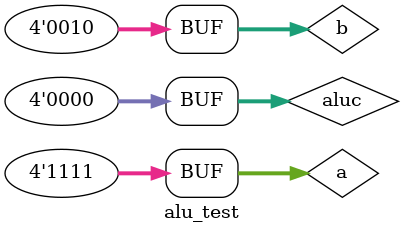
<source format=v>
`timescale 1ns/1ps 

`include "alu.v"

module alu_test();
    reg [3:0] a;
    reg [3:0] b;
    reg [3:0] aluc;
    
    wire [3:0] res;
    wire zf;

    ALU alu( a, b, aluc, 1'b0, res, zf);
    
    initial begin 
        $dumpfile("alu_test.vcd");
        $dumpvars;
        a = 4'b1010;
        b = 4'b0110;
        aluc = 4'b0000;
        #100 
        aluc = 4'b0001;
        #100
        aluc = 4'b0010;
        #100
        aluc = 4'b0110;
        #100 
        aluc = 4'b0111;
        #100
        aluc = 4'b1100;
        #100
        aluc = 4'b1101;
        #100 
        a    = 4'b1111;
        b    = 4'b0010;
        aluc = 4'b1110;
        #100
        aluc = 4'b0000;
    end

endmodule
</source>
